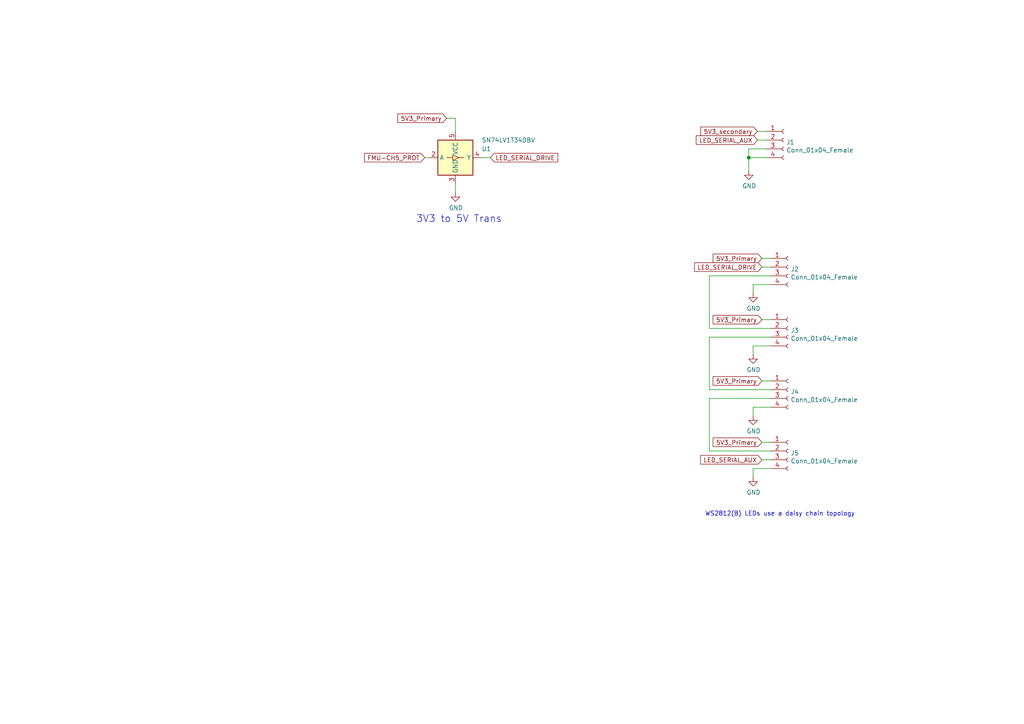
<source format=kicad_sch>
(kicad_sch (version 20231120) (generator "eeschema") (generator_version "8.0")
  (paper "A4")
  (lib_symbols
    (symbol "Logic_LevelTranslator:SN74LV1T34DBV"
      (property "Reference" "U" (at 5.08 6.35 0))
      (property "Value" "SN74LV1T34DBV" (at 5.08 3.81 0))
      (symbol "SN74LV1T34DBV_0_1"
        (rectangle (start -5.08 5.08) (end 5.08 -5.08) (stroke (width 0.254)) (fill (type background)))
        (polyline (pts (xy -0.762 0) (xy -2.54 0)))
        (polyline (pts (xy 1.016 0) (xy 2.54 0)))
      )
      (symbol "SN74LV1T34DBV_1_1"
        (polyline (pts (xy -0.762 -0.762) (xy -0.762 0.762) (xy 1.016 0) (xy -0.762 -0.762)))
        (pin no_connect line (at -5.08 2.54 0) (length 2.54) hide (name "NC") (number "1"))
        (pin input line (at -7.62 0 0) (length 2.54) (name "A") (number "2"))
        (pin power_in line (at 0 -7.62 90) (length 2.54) (name "GND") (number "3"))
        (pin output line (at 7.62 0 180) (length 2.54) (name "Y") (number "4"))
        (pin power_in line (at 0 7.62 270) (length 2.54) (name "VCC") (number "5"))
      )
    )
    (symbol "SAM4_Mainboard-rescue:Conn_01x04_Female-Connector" (pin_names (offset 1.016) hide)
      (property "Reference" "J" (at 0 5.08 0))
      (property "Value" "Connector_Conn_01x04_Female" (at 0 -7.62 0))
      (symbol "Conn_01x04_Female-Connector_1_1"
        (arc (start 0 -4.572) (mid -0.508 -5.08) (end 0 -5.588) (stroke (width 0.1524)))
        (arc (start 0 -2.032) (mid -0.508 -2.54) (end 0 -3.048) (stroke (width 0.1524)))
        (polyline (pts (xy -1.27 -5.08) (xy -0.508 -5.08)) (stroke (width 0.1524)))
        (polyline (pts (xy -1.27 -2.54) (xy -0.508 -2.54)) (stroke (width 0.1524)))
        (polyline (pts (xy -1.27 0) (xy -0.508 0)) (stroke (width 0.1524)))
        (polyline (pts (xy -1.27 2.54) (xy -0.508 2.54)) (stroke (width 0.1524)))
        (arc (start 0 0.508) (mid -0.508 0) (end 0 -0.508) (stroke (width 0.1524)))
        (arc (start 0 3.048) (mid -0.508 2.54) (end 0 2.032) (stroke (width 0.1524)))
        (pin passive line (at -5.08 2.54 0) (length 3.81) (name "Pin_1") (number "1"))
        (pin passive line (at -5.08 0 0) (length 3.81) (name "Pin_2") (number "2"))
        (pin passive line (at -5.08 -2.54 0) (length 3.81) (name "Pin_3") (number "3"))
        (pin passive line (at -5.08 -5.08 0) (length 3.81) (name "Pin_4") (number "4"))
      )
    )
    (symbol "SAM4_Mainboard-rescue:GND-power" (power) (pin_names (offset 0))
      (property "Value" "power_GND" (at 0 -3.81 0))
      (symbol "GND-power_0_1"
        (polyline (pts (xy 0 0) (xy 0 -1.27) (xy 1.27 -1.27) (xy 0 -2.54) (xy -1.27 -1.27) (xy 0 -1.27)))
      )
      (symbol "GND-power_1_1"
        (pin power_in line (at 0 0 270) (length 0) hide (name "GND") (number "1"))
      )
    )
  )
  (junction (at 217.17 45.72))
  (wire (pts (xy 205.74 113.03) (xy 223.52 113.03)))
  (wire (pts (xy 218.44 82.55) (xy 223.52 82.55)))
  (wire (pts (xy 217.17 43.18) (xy 222.25 43.18)))
  (wire (pts (xy 219.71 38.1) (xy 222.25 38.1)))
  (wire (pts (xy 205.74 95.25) (xy 223.52 95.25)))
  (wire (pts (xy 220.98 77.47) (xy 223.52 77.47)))
  (wire (pts (xy 220.98 128.27) (xy 223.52 128.27)))
  (wire (pts (xy 217.17 45.72) (xy 217.17 43.18)))
  (wire (pts (xy 218.44 85.09) (xy 218.44 82.55)))
  (wire (pts (xy 222.25 45.72) (xy 217.17 45.72)))
  (wire (pts (xy 205.74 80.01) (xy 205.74 95.25)))
  (wire (pts (xy 220.98 92.71) (xy 223.52 92.71)))
  (wire (pts (xy 218.44 102.87) (xy 218.44 100.33)))
  (wire (pts (xy 219.71 40.64) (xy 222.25 40.64)))
  (wire (pts (xy 223.52 115.57) (xy 205.74 115.57)))
  (wire (pts (xy 218.44 135.89) (xy 223.52 135.89)))
  (wire (pts (xy 218.44 120.65) (xy 218.44 118.11)))
  (wire (pts (xy 132.08 34.29) (xy 132.08 38.1)))
  (wire (pts (xy 205.74 97.79) (xy 205.74 113.03)))
  (wire (pts (xy 218.44 100.33) (xy 223.52 100.33)))
  (wire (pts (xy 217.17 49.53) (xy 217.17 45.72)))
  (wire (pts (xy 139.7 45.72) (xy 142.24 45.72)))
  (wire (pts (xy 220.98 133.35) (xy 223.52 133.35)))
  (wire (pts (xy 205.74 115.57) (xy 205.74 130.81)))
  (wire (pts (xy 218.44 138.43) (xy 218.44 135.89)))
  (wire (pts (xy 132.08 55.88) (xy 132.08 53.34)))
  (wire (pts (xy 223.52 80.01) (xy 205.74 80.01)))
  (wire (pts (xy 220.98 74.93) (xy 223.52 74.93)))
  (wire (pts (xy 129.54 34.29) (xy 132.08 34.29)))
  (wire (pts (xy 123.19 45.72) (xy 124.46 45.72)))
  (wire (pts (xy 223.52 97.79) (xy 205.74 97.79)))
  (wire (pts (xy 205.74 130.81) (xy 223.52 130.81)))
  (wire (pts (xy 220.98 110.49) (xy 223.52 110.49)))
  (wire (pts (xy 218.44 118.11) (xy 223.52 118.11)))
  (text "WS2812(B) LEDs use a daisy chain topology" (at 204.47 149.86 0) (effects (font (size 1.27 1.27)) (justify left bottom)))
  (text "3V3 to 5V Trans" (at 120.65 64.77 0) (effects (font (size 2.0066 2.0066)) (justify left bottom)))
  (global_label "5V3_Primary" (shape input) (at 220.98 110.49 180) (property "Intersheetrefs" "${INTERSHEET_REFS}" (effects (hide yes))))
  (global_label "LED_SERIAL_DRIVE" (shape input) (at 220.98 77.47 180) (property "Intersheetrefs" "${INTERSHEET_REFS}" (effects (hide yes))))
  (global_label "5V3_Primary" (shape input) (at 129.54 34.29 180) (property "Intersheetrefs" "${INTERSHEET_REFS}" (effects (hide yes))))
  (global_label "5V3_secondary" (shape input) (at 219.71 38.1 180) (property "Intersheetrefs" "${INTERSHEET_REFS}" (effects (hide yes))))
  (global_label "5V3_Primary" (shape input) (at 220.98 128.27 180) (property "Intersheetrefs" "${INTERSHEET_REFS}" (effects (hide yes))))
  (global_label "5V3_Primary" (shape input) (at 220.98 74.93 180) (property "Intersheetrefs" "${INTERSHEET_REFS}" (effects (hide yes))))
  (global_label "LED_SERIAL_DRIVE" (shape input) (at 142.24 45.72 0) (property "Intersheetrefs" "${INTERSHEET_REFS}" (effects (hide yes))))
  (global_label "FMU-CH5_PROT" (shape input) (at 123.19 45.72 180) (property "Intersheetrefs" "${INTERSHEET_REFS}" (effects (hide yes))))
  (global_label "5V3_Primary" (shape input) (at 220.98 92.71 180) (property "Intersheetrefs" "${INTERSHEET_REFS}" (effects (hide yes))))
  (global_label "LED_SERIAL_AUX" (shape input) (at 220.98 133.35 180) (property "Intersheetrefs" "${INTERSHEET_REFS}" (effects (hide yes))))
  (global_label "LED_SERIAL_AUX" (shape input) (at 219.71 40.64 180) (property "Intersheetrefs" "${INTERSHEET_REFS}" (effects (hide yes))))
  (symbol (lib_id "SAM4_Mainboard-rescue:GND-power") (at 218.44 85.09 0) (unit 1)
    (property "Reference" "#PWR0103" (effects (hide yes)))
    (property "Value" "GND" (at 218.567 89.4842 0))
    (instances (project "SAM4_Mainboard" (path "" (reference "#PWR0103") (unit 1)) (path "" (reference "#PWR?") (unit 1))))
  )
  (symbol (lib_id "Logic_LevelTranslator:SN74LV1T34DBV") (at 132.08 45.72 0) (unit 1)
    (property "Reference" "U1" (at 139.7 43.18 0) (effects (justify left)))
    (property "Value" "SN74LV1T34DBV" (at 139.7 40.64 0) (effects (justify left)))
    (property "Footprint" "Package_TO_SOT_SMD:SOT-23-5" (effects (hide yes)))
    (property "Datasheet" "https://www.ti.com/lit/ds/symlink/sn74lv1t34.pdf" (effects (hide yes)))
    (property "Description" "R2-300-B-2" (effects (hide yes)))
    (instances (project "SAM4_Mainboard" (path "" (reference "U1") (unit 1)) (path "" (reference "U?") (unit 1))))
  )
  (symbol (lib_id "SAM4_Mainboard-rescue:GND-power") (at 132.08 55.88 0) (unit 1)
    (property "Reference" "#PWR0104" (effects (hide yes)))
    (property "Value" "GND" (at 132.207 60.2742 0))
    (instances (project "SAM4_Mainboard" (path "" (reference "#PWR0104") (unit 1)) (path "" (reference "#PWR?") (unit 1))))
  )
  (symbol (lib_id "SAM4_Mainboard-rescue:Conn_01x04_Female-Connector") (at 228.6 77.47 0) (unit 1)
    (property "Reference" "J2" (at 229.3112 78.0796 0) (effects (justify left)))
    (property "Value" "Conn_01x04_Female" (at 229.3112 80.391 0) (effects (justify left)))
    (property "Footprint" "Connector_JST:JST_GH_BM04B-GHS-TBT_1x04-1MP_P1.25mm_Vertical" (effects (hide yes)))
    (property "Description" "EB2-3045-box1-07" (effects (hide yes)))
    (instances (project "SAM4_Mainboard" (path "" (reference "J2") (unit 1)) (path "" (reference "J?") (unit 1))))
  )
  (symbol (lib_id "SAM4_Mainboard-rescue:GND-power") (at 218.44 102.87 0) (unit 1)
    (property "Reference" "#PWR0105" (effects (hide yes)))
    (property "Value" "GND" (at 218.567 107.2642 0))
    (instances (project "SAM4_Mainboard" (path "" (reference "#PWR0105") (unit 1)) (path "" (reference "#PWR?") (unit 1))))
  )
  (symbol (lib_id "SAM4_Mainboard-rescue:Conn_01x04_Female-Connector") (at 228.6 95.25 0) (unit 1)
    (property "Reference" "J3" (at 229.3112 95.8596 0) (effects (justify left)))
    (property "Value" "Conn_01x04_Female" (at 229.3112 98.171 0) (effects (justify left)))
    (property "Footprint" "Connector_JST:JST_GH_BM04B-GHS-TBT_1x04-1MP_P1.25mm_Vertical" (effects (hide yes)))
    (property "Description" "EB2-3045-box1-07" (effects (hide yes)))
    (instances (project "SAM4_Mainboard" (path "" (reference "J3") (unit 1)) (path "" (reference "J?") (unit 1))))
  )
  (symbol (lib_id "SAM4_Mainboard-rescue:GND-power") (at 218.44 120.65 0) (unit 1)
    (property "Reference" "#PWR0106" (effects (hide yes)))
    (property "Value" "GND" (at 218.567 125.0442 0))
    (instances (project "SAM4_Mainboard" (path "" (reference "#PWR0106") (unit 1)) (path "" (reference "#PWR?") (unit 1))))
  )
  (symbol (lib_id "SAM4_Mainboard-rescue:Conn_01x04_Female-Connector") (at 228.6 113.03 0) (unit 1)
    (property "Reference" "J4" (at 229.3112 113.6396 0) (effects (justify left)))
    (property "Value" "Conn_01x04_Female" (at 229.3112 115.951 0) (effects (justify left)))
    (property "Footprint" "Connector_JST:JST_GH_BM04B-GHS-TBT_1x04-1MP_P1.25mm_Vertical" (effects (hide yes)))
    (property "Description" "EB2-3045-box1-07" (effects (hide yes)))
    (instances (project "SAM4_Mainboard" (path "" (reference "J4") (unit 1)) (path "" (reference "J?") (unit 1))))
  )
  (symbol (lib_id "SAM4_Mainboard-rescue:GND-power") (at 218.44 138.43 0) (unit 1)
    (property "Reference" "#PWR0107" (effects (hide yes)))
    (property "Value" "GND" (at 218.567 142.8242 0))
    (instances (project "SAM4_Mainboard" (path "" (reference "#PWR0107") (unit 1)) (path "" (reference "#PWR?") (unit 1))))
  )
  (symbol (lib_id "SAM4_Mainboard-rescue:Conn_01x04_Female-Connector") (at 228.6 130.81 0) (unit 1)
    (property "Reference" "J5" (at 229.3112 131.4196 0) (effects (justify left)))
    (property "Value" "Conn_01x04_Female" (at 229.3112 133.731 0) (effects (justify left)))
    (property "Footprint" "Connector_JST:JST_GH_BM04B-GHS-TBT_1x04-1MP_P1.25mm_Vertical" (effects (hide yes)))
    (property "Description" "EB2-3045-box1-07" (effects (hide yes)))
    (instances (project "SAM4_Mainboard" (path "" (reference "J5") (unit 1)) (path "" (reference "J?") (unit 1))))
  )
  (symbol (lib_id "SAM4_Mainboard-rescue:GND-power") (at 217.17 49.53 0) (unit 1)
    (property "Reference" "#PWR0108" (effects (hide yes)))
    (property "Value" "GND" (at 217.297 53.9242 0))
    (instances (project "SAM4_Mainboard" (path "" (reference "#PWR0108") (unit 1)) (path "" (reference "#PWR?") (unit 1))))
  )
  (symbol (lib_id "SAM4_Mainboard-rescue:Conn_01x04_Female-Connector") (at 227.33 40.64 0) (unit 1)
    (property "Reference" "J1" (at 228.0412 41.2496 0) (effects (justify left)))
    (property "Value" "Conn_01x04_Female" (at 228.0412 43.561 0) (effects (justify left)))
    (property "Footprint" "Connector_JST:JST_GH_BM04B-GHS-TBT_1x04-1MP_P1.25mm_Vertical" (effects (hide yes)))
    (property "Description" "EB2-3045-box1-07" (effects (hide yes)))
    (instances (project "SAM4_Mainboard" (path "" (reference "J1") (unit 1)) (path "" (reference "J?") (unit 1))))
  )
)
</source>
